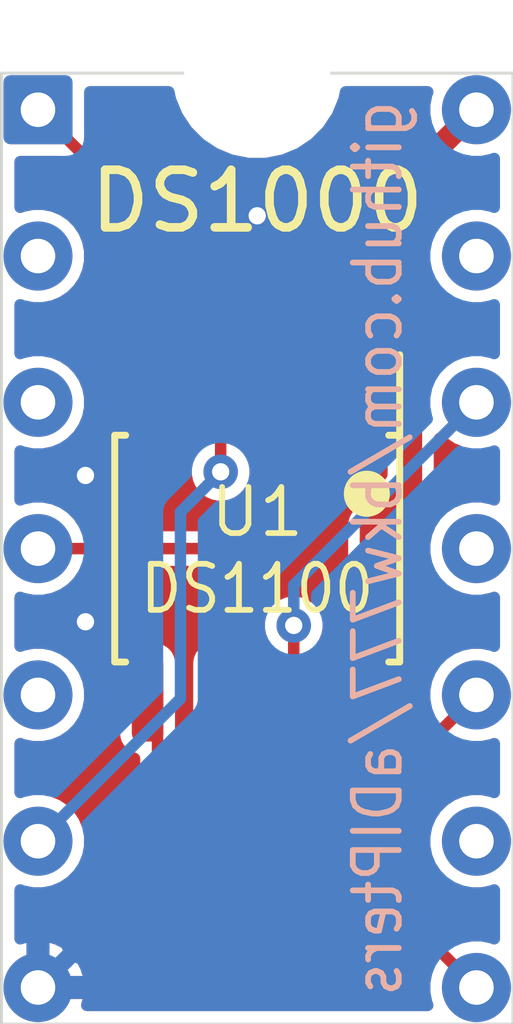
<source format=kicad_pcb>
(kicad_pcb (version 20171130) (host pcbnew 5.1.10-88a1d61d58~90~ubuntu21.04.1)

  (general
    (thickness 1.6)
    (drawings 6)
    (tracks 41)
    (zones 0)
    (modules 3)
    (nets 9)
  )

  (page USLetter)
  (title_block
    (title "DS1x00 SOIC8 to DS1000 DIP14 adapter")
    (date 2021-10-17)
    (rev 001)
    (company "Bran. K. White - b.kenyon.w@gmail.com")
  )

  (layers
    (0 F.Cu signal)
    (31 B.Cu signal)
    (32 B.Adhes user hide)
    (33 F.Adhes user hide)
    (34 B.Paste user hide)
    (35 F.Paste user hide)
    (36 B.SilkS user)
    (37 F.SilkS user)
    (38 B.Mask user hide)
    (39 F.Mask user hide)
    (40 Dwgs.User user hide)
    (41 Cmts.User user hide)
    (42 Eco1.User user hide)
    (43 Eco2.User user hide)
    (44 Edge.Cuts user)
    (45 Margin user hide)
    (46 B.CrtYd user hide)
    (47 F.CrtYd user hide)
    (48 B.Fab user hide)
    (49 F.Fab user hide)
  )

  (setup
    (last_trace_width 0.2)
    (user_trace_width 0.4)
    (trace_clearance 0.2)
    (zone_clearance 0.2)
    (zone_45_only no)
    (trace_min 0.2)
    (via_size 0.6)
    (via_drill 0.3)
    (via_min_size 0.6)
    (via_min_drill 0.3)
    (uvia_size 0.6)
    (uvia_drill 0.3)
    (uvias_allowed no)
    (uvia_min_size 0.5)
    (uvia_min_drill 0.3)
    (edge_width 0.05)
    (segment_width 0.2)
    (pcb_text_width 0.3)
    (pcb_text_size 1.5 1.5)
    (mod_edge_width 0.12)
    (mod_text_size 1 1)
    (mod_text_width 0.15)
    (pad_size 2 2)
    (pad_drill 2)
    (pad_to_mask_clearance 0)
    (solder_mask_min_width 0.22)
    (aux_axis_origin 0 0)
    (grid_origin 136.03 103.81)
    (visible_elements FFFFFF7F)
    (pcbplotparams
      (layerselection 0x010f0_ffffffff)
      (usegerberextensions true)
      (usegerberattributes false)
      (usegerberadvancedattributes false)
      (creategerberjobfile false)
      (excludeedgelayer true)
      (linewidth 0.100000)
      (plotframeref false)
      (viasonmask false)
      (mode 1)
      (useauxorigin false)
      (hpglpennumber 1)
      (hpglpenspeed 20)
      (hpglpendiameter 15.000000)
      (psnegative false)
      (psa4output false)
      (plotreference true)
      (plotvalue true)
      (plotinvisibletext false)
      (padsonsilk false)
      (subtractmaskfromsilk true)
      (outputformat 1)
      (mirror false)
      (drillshape 0)
      (scaleselection 1)
      (outputdirectory "GERBER_DS1000_DIP14_001"))
  )

  (net 0 "")
  (net 1 /IN)
  (net 2 /TAP2)
  (net 3 /TAP4)
  (net 4 GND)
  (net 5 /TAP5)
  (net 6 /TAP3)
  (net 7 /TAP1)
  (net 8 VCC)

  (net_class Default "This is the default net class."
    (clearance 0.2)
    (trace_width 0.2)
    (via_dia 0.6)
    (via_drill 0.3)
    (uvia_dia 0.6)
    (uvia_drill 0.3)
    (add_net /IN)
    (add_net /TAP1)
    (add_net /TAP2)
    (add_net /TAP3)
    (add_net /TAP4)
    (add_net /TAP5)
    (add_net GND)
    (add_net "Net-(J1-Pad11)")
    (add_net "Net-(J1-Pad13)")
    (add_net "Net-(J1-Pad2)")
    (add_net "Net-(J1-Pad3)")
    (add_net "Net-(J1-Pad5)")
    (add_net "Net-(J1-Pad9)")
    (add_net VCC)
  )

  (module 000_LOCAL:DIP14_0.3_pcb_sil_pins (layer F.Cu) (tedit 616BF2BF) (tstamp 616B3F59)
    (at 136.03 103.81)
    (descr "28-lead though-hole mounted DIP package, row spacing 15.24 mm (600 mils)")
    (tags "THT DIP DIL PDIP 2.54mm 15.24mm 600mil")
    (path /616DA70B)
    (fp_text reference J1 (at 0 0 -90) (layer F.SilkS) hide
      (effects (font (size 1 1) (thickness 0.15)))
    )
    (fp_text value DS1000 (at -1.5 0 -90) (layer F.Fab)
      (effects (font (size 1 1) (thickness 0.15)))
    )
    (fp_line (start 4.445 -8.255) (end -4.445 -8.255) (layer F.CrtYd) (width 0.01))
    (fp_line (start 4.445 8.255) (end 4.445 -8.255) (layer F.CrtYd) (width 0.01))
    (fp_line (start -4.445 8.255) (end 4.445 8.255) (layer F.CrtYd) (width 0.01))
    (fp_line (start -4.445 -8.255) (end -4.445 8.255) (layer F.CrtYd) (width 0.01))
    (fp_text user %R (at 0 0 -90) (layer F.Fab)
      (effects (font (size 1 1) (thickness 0.15)))
    )
    (pad 1 thru_hole roundrect (at -3.81 -7.62) (size 1.2 1.2) (drill 0.6) (layers *.Cu *.Mask) (roundrect_rratio 0.1)
      (net 1 /IN))
    (pad 2 thru_hole circle (at -3.81 -5.08) (size 1.2 1.2) (drill 0.6) (layers *.Cu *.Mask))
    (pad 3 thru_hole circle (at -3.81 -2.54) (size 1.2 1.2) (drill 0.6) (layers *.Cu *.Mask))
    (pad 4 thru_hole circle (at -3.81 0) (size 1.2 1.2) (drill 0.6) (layers *.Cu *.Mask)
      (net 2 /TAP2))
    (pad 5 thru_hole circle (at -3.81 2.54) (size 1.2 1.2) (drill 0.6) (layers *.Cu *.Mask))
    (pad 6 thru_hole circle (at -3.81 5.08) (size 1.2 1.2) (drill 0.6) (layers *.Cu *.Mask)
      (net 3 /TAP4))
    (pad 7 thru_hole circle (at -3.81 7.62) (size 1.2 1.2) (drill 0.6) (layers *.Cu *.Mask)
      (net 4 GND))
    (pad 8 thru_hole circle (at 3.81 7.62) (size 1.2 1.2) (drill 0.6) (layers *.Cu *.Mask)
      (net 5 /TAP5))
    (pad 9 thru_hole circle (at 3.81 5.08) (size 1.2 1.2) (drill 0.6) (layers *.Cu *.Mask))
    (pad 10 thru_hole circle (at 3.81 2.54) (size 1.2 1.2) (drill 0.6) (layers *.Cu *.Mask)
      (net 6 /TAP3))
    (pad 11 thru_hole circle (at 3.81 0) (size 1.2 1.2) (drill 0.6) (layers *.Cu *.Mask))
    (pad 12 thru_hole circle (at 3.81 -2.54) (size 1.2 1.2) (drill 0.6) (layers *.Cu *.Mask)
      (net 7 /TAP1))
    (pad 13 thru_hole circle (at 3.81 -5.08) (size 1.2 1.2) (drill 0.6) (layers *.Cu *.Mask))
    (pad 14 thru_hole circle (at 3.81 -7.62) (size 1.2 1.2) (drill 0.6) (layers *.Cu *.Mask)
      (net 8 VCC))
    (model ${KIPRJMOD}/000_LOCAL.pretty/packages3d/DIP14_legs.step_
      (offset (xyz -3.81 7.62 -1.6002))
      (scale (xyz 1 1 1))
      (rotate (xyz 0 0 90))
    )
    (model ${KIPRJMOD}/000_LOCAL.pretty/packages3d/DIP14_legs_solder.step
      (offset (xyz -3.81 7.62 -1.80086))
      (scale (xyz 1 1 1.1))
      (rotate (xyz 0 0 90))
    )
  )

  (module 000_LOCAL:SOIC-8_3.9x4.9mm_P1.27mm (layer F.Cu) (tedit 616BBA34) (tstamp 616B3F73)
    (at 136.03 103.81 270)
    (descr "SOIC, 8 Pin (JEDEC MS-012AA, https://www.analog.com/media/en/package-pcb-resources/package/pkg_pdf/soic_narrow-r/r_8.pdf), generated with kicad-footprint-generator ipc_gullwing_generator.py")
    (tags "SOIC SO")
    (path /616DAD0C)
    (attr smd)
    (fp_text reference U1 (at -0.635 0) (layer F.SilkS)
      (effects (font (size 0.8 0.8) (thickness 0.1)))
    )
    (fp_text value DS1100 (at 0.6985 0) (layer F.SilkS)
      (effects (font (size 0.8 0.7) (thickness 0.1)))
    )
    (fp_line (start 3.7 -2.7) (end -3.7 -2.7) (layer F.CrtYd) (width 0.05))
    (fp_line (start 3.7 2.7) (end 3.7 -2.7) (layer F.CrtYd) (width 0.05))
    (fp_line (start -3.7 2.7) (end 3.7 2.7) (layer F.CrtYd) (width 0.05))
    (fp_line (start -3.7 -2.7) (end -3.7 2.7) (layer F.CrtYd) (width 0.05))
    (fp_line (start -1.95 -1.475) (end -0.975 -2.45) (layer F.Fab) (width 0.1))
    (fp_line (start -1.95 2.45) (end -1.95 -1.475) (layer F.Fab) (width 0.1))
    (fp_line (start 1.95 2.45) (end -1.95 2.45) (layer F.Fab) (width 0.1))
    (fp_line (start 1.95 -2.45) (end 1.95 2.45) (layer F.Fab) (width 0.1))
    (fp_line (start -0.975 -2.45) (end 1.95 -2.45) (layer F.Fab) (width 0.1))
    (fp_line (start 1.9685 -2.4765) (end -3.3655 -2.4765) (layer F.SilkS) (width 0.12))
    (fp_line (start 1.9685 2.4765) (end -1.9685 2.4765) (layer F.SilkS) (width 0.12))
    (fp_circle (center -0.9525 -1.905) (end -0.7525 -1.905) (layer F.SilkS) (width 0.4))
    (fp_line (start -1.9685 2.4765) (end -1.9685 2.286) (layer F.SilkS) (width 0.12))
    (fp_line (start 1.9685 2.4765) (end 1.9685 2.286) (layer F.SilkS) (width 0.12))
    (fp_line (start -1.9685 -2.286) (end -1.9685 -2.4765) (layer F.SilkS) (width 0.12))
    (fp_line (start 1.9685 -2.286) (end 1.9685 -2.4765) (layer F.SilkS) (width 0.12))
    (fp_text user %R (at 0 0 90) (layer F.Fab)
      (effects (font (size 0.98 0.98) (thickness 0.15)))
    )
    (pad 8 smd roundrect (at 2.6 -1.905 270) (size 1.5 0.55) (layers F.Cu F.Paste F.Mask) (roundrect_rratio 0.25)
      (net 8 VCC))
    (pad 7 smd roundrect (at 2.6 -0.635 270) (size 1.5 0.55) (layers F.Cu F.Paste F.Mask) (roundrect_rratio 0.25)
      (net 7 /TAP1))
    (pad 6 smd roundrect (at 2.6 0.635 270) (size 1.5 0.55) (layers F.Cu F.Paste F.Mask) (roundrect_rratio 0.25)
      (net 6 /TAP3))
    (pad 5 smd roundrect (at 2.6 1.905 270) (size 1.5 0.55) (layers F.Cu F.Paste F.Mask) (roundrect_rratio 0.25)
      (net 5 /TAP5))
    (pad 4 smd roundrect (at -2.6 1.905 270) (size 1.5 0.55) (layers F.Cu F.Paste F.Mask) (roundrect_rratio 0.25)
      (net 4 GND))
    (pad 3 smd roundrect (at -2.6 0.635 270) (size 1.5 0.55) (layers F.Cu F.Paste F.Mask) (roundrect_rratio 0.25)
      (net 3 /TAP4))
    (pad 2 smd roundrect (at -2.6 -0.635 270) (size 1.5 0.55) (layers F.Cu F.Paste F.Mask) (roundrect_rratio 0.25)
      (net 2 /TAP2))
    (pad 1 smd roundrect (at -2.6 -1.905 270) (size 1.5 0.55) (layers F.Cu F.Paste F.Mask) (roundrect_rratio 0.25)
      (net 1 /IN))
    (model ${KIPRJMOD}/000_LOCAL.pretty/packages3d/SOIC-8_3.9x4.9mm_P1.27mm.step
      (at (xyz 0 0 0))
      (scale (xyz 1 1 1))
      (rotate (xyz 0 0 0))
    )
  )

  (module 000_LOCAL:NPTH_0.1 locked (layer F.Cu) (tedit 5F9F8E45) (tstamp 61130F13)
    (at 136.03 95.555)
    (fp_text reference REF** (at 0 2.54) (layer F.SilkS) hide
      (effects (font (size 1.27 1.27) (thickness 0.127)))
    )
    (fp_text value NPTH_0.1 (at 0 -2.54) (layer F.Fab)
      (effects (font (size 1.27 1.27) (thickness 0.0127)))
    )
    (pad "" np_thru_hole circle (at 0 0) (size 2.54 2.54) (drill 2.54) (layers *.Cu *.Mask))
  )

  (gr_text github.com/bkw777/aDIPters (at 138.1255 103.81 90) (layer B.SilkS)
    (effects (font (size 0.8 0.7) (thickness 0.1)) (justify mirror))
  )
  (gr_text DS1000 (at 136.03 97.7775) (layer F.SilkS)
    (effects (font (size 1 1) (thickness 0.15)))
  )
  (gr_line (start 131.585 112.065) (end 131.585 95.555) (layer Edge.Cuts) (width 0.05) (tstamp 5E36F1C6))
  (gr_line (start 140.475 95.555) (end 140.475 112.065) (layer Edge.Cuts) (width 0.05) (tstamp 5E36F1C5))
  (gr_line (start 131.585 95.555) (end 140.475 95.555) (layer Edge.Cuts) (width 0.05))
  (gr_line (start 131.585 112.065) (end 140.475 112.065) (layer Edge.Cuts) (width 0.05))

  (segment (start 135.2045 99.1745) (end 132.22 96.19) (width 0.2) (layer F.Cu) (net 1))
  (segment (start 136.919 99.1745) (end 135.2045 99.1745) (width 0.2) (layer F.Cu) (net 1))
  (segment (start 137.76228 100.01778) (end 136.919 99.1745) (width 0.2) (layer F.Cu) (net 1))
  (segment (start 137.76228 101.16228) (end 137.76228 100.01778) (width 0.2) (layer F.Cu) (net 1))
  (segment (start 137.935 101.335) (end 137.76228 101.16228) (width 0.2) (layer F.Cu) (net 1))
  (segment (start 136.665 102.9845) (end 136.665 101.335) (width 0.2) (layer F.Cu) (net 2))
  (segment (start 135.8395 103.81) (end 136.665 102.9845) (width 0.2) (layer F.Cu) (net 2))
  (segment (start 132.22 103.81) (end 135.8395 103.81) (width 0.2) (layer F.Cu) (net 2))
  (segment (start 134.6965 106.4135) (end 132.22 108.89) (width 0.2) (layer B.Cu) (net 3))
  (segment (start 134.6965 103.175) (end 134.6965 106.4135) (width 0.2) (layer B.Cu) (net 3))
  (segment (start 135.395 102.4765) (end 134.6965 103.175) (width 0.2) (layer B.Cu) (net 3))
  (segment (start 135.395 102.4765) (end 135.395 101.335) (width 0.2) (layer F.Cu) (net 3))
  (via (at 135.395 102.4765) (size 0.6) (drill 0.3) (layers F.Cu B.Cu) (net 3))
  (segment (start 132.22 110.6045) (end 132.22 111.43) (width 0.4) (layer F.Cu) (net 4))
  (segment (start 132.22 111.43) (end 133.0455 111.43) (width 0.4) (layer F.Cu) (net 4))
  (segment (start 132.22 111.43) (end 132.22 110.6045) (width 0.4) (layer B.Cu) (net 4))
  (segment (start 132.22 111.43) (end 133.0455 111.43) (width 0.4) (layer B.Cu) (net 4))
  (via (at 133.0455 105.08) (size 0.6) (drill 0.3) (layers F.Cu B.Cu) (net 4))
  (via (at 133.0455 102.54) (size 0.6) (drill 0.3) (layers F.Cu B.Cu) (net 4))
  (via (at 136.03 98.0315) (size 0.6) (drill 0.3) (layers F.Cu B.Cu) (net 4))
  (segment (start 138.57 110.16) (end 139.84 111.43) (width 0.2) (layer F.Cu) (net 5))
  (segment (start 136.8555 110.16) (end 138.57 110.16) (width 0.2) (layer F.Cu) (net 5))
  (segment (start 134.29772 107.60222) (end 136.8555 110.16) (width 0.2) (layer F.Cu) (net 5))
  (segment (start 134.29772 106.45772) (end 134.29772 107.60222) (width 0.2) (layer F.Cu) (net 5))
  (segment (start 134.125 106.285) (end 134.29772 106.45772) (width 0.2) (layer F.Cu) (net 5))
  (segment (start 139.078 107.112) (end 139.84 106.35) (width 0.2) (layer F.Cu) (net 6))
  (segment (start 139.078 107.493) (end 139.078 107.112) (width 0.2) (layer F.Cu) (net 6))
  (segment (start 138.5065 108.0645) (end 139.078 107.493) (width 0.2) (layer F.Cu) (net 6))
  (segment (start 136.0935 108.0645) (end 138.5065 108.0645) (width 0.2) (layer F.Cu) (net 6))
  (segment (start 135.56772 107.53872) (end 136.0935 108.0645) (width 0.2) (layer F.Cu) (net 6))
  (segment (start 135.56772 106.45772) (end 135.56772 107.53872) (width 0.2) (layer F.Cu) (net 6))
  (segment (start 135.395 106.285) (end 135.56772 106.45772) (width 0.2) (layer F.Cu) (net 6))
  (segment (start 136.665 104.445) (end 139.84 101.27) (width 0.2) (layer B.Cu) (net 7))
  (segment (start 136.665 105.1435) (end 136.665 104.445) (width 0.2) (layer B.Cu) (net 7))
  (segment (start 136.665 105.1435) (end 136.665 106.285) (width 0.2) (layer F.Cu) (net 7))
  (via (at 136.665 105.1435) (size 0.6) (drill 0.3) (layers F.Cu B.Cu) (net 7))
  (segment (start 138.697 97.333) (end 139.84 96.19) (width 0.4) (layer F.Cu) (net 8))
  (segment (start 138.697 102.7305) (end 138.697 97.333) (width 0.4) (layer F.Cu) (net 8))
  (segment (start 138.0112 103.4163) (end 138.697 102.7305) (width 0.4) (layer F.Cu) (net 8))
  (segment (start 138.0112 106.2088) (end 138.0112 103.4163) (width 0.4) (layer F.Cu) (net 8))
  (segment (start 137.935 106.285) (end 138.0112 106.2088) (width 0.4) (layer F.Cu) (net 8))

  (zone (net 4) (net_name GND) (layer F.Cu) (tstamp 0) (hatch edge 0.508)
    (connect_pads (clearance 0.2))
    (min_thickness 0.2)
    (fill yes (arc_segments 32) (thermal_gap 0.2) (thermal_bridge_width 0.3) (smoothing fillet) (radius 0.1))
    (polygon
      (pts
        (xy 140.475 112.065) (xy 131.585 112.065) (xy 131.585 95.555) (xy 140.475 95.555)
      )
    )
    (filled_polygon
      (pts
        (xy 134.907763 99.443448) (xy 134.920289 99.458711) (xy 134.981197 99.508697) (xy 135.050686 99.54584) (xy 135.126086 99.568712)
        (xy 135.184853 99.5745) (xy 135.184863 99.5745) (xy 135.204499 99.576434) (xy 135.224135 99.5745) (xy 136.753315 99.5745)
        (xy 137.362281 100.183467) (xy 137.362281 100.559612) (xy 137.358549 100.5975) (xy 137.358549 101.8225) (xy 137.366983 101.908135)
        (xy 137.391962 101.990479) (xy 137.432526 102.066368) (xy 137.487115 102.132885) (xy 137.553632 102.187474) (xy 137.629521 102.228038)
        (xy 137.711865 102.253017) (xy 137.7975 102.261451) (xy 138.0725 102.261451) (xy 138.158135 102.253017) (xy 138.197 102.241227)
        (xy 138.197 102.523393) (xy 137.675019 103.045376) (xy 137.655937 103.061036) (xy 137.593455 103.137171) (xy 137.562718 103.194675)
        (xy 137.547026 103.224033) (xy 137.518435 103.318283) (xy 137.508781 103.4163) (xy 137.511201 103.44087) (xy 137.5112 105.467349)
        (xy 137.487115 105.487115) (xy 137.432526 105.553632) (xy 137.391962 105.629521) (xy 137.366983 105.711865) (xy 137.358549 105.7975)
        (xy 137.358549 107.0225) (xy 137.366983 107.108135) (xy 137.391962 107.190479) (xy 137.432526 107.266368) (xy 137.487115 107.332885)
        (xy 137.553632 107.387474) (xy 137.629521 107.428038) (xy 137.711865 107.453017) (xy 137.7975 107.461451) (xy 138.0725 107.461451)
        (xy 138.158135 107.453017) (xy 138.240479 107.428038) (xy 138.316368 107.387474) (xy 138.382885 107.332885) (xy 138.437474 107.266368)
        (xy 138.478038 107.190479) (xy 138.503017 107.108135) (xy 138.511451 107.0225) (xy 138.511451 106.23081) (xy 138.513619 106.208801)
        (xy 138.511451 106.186792) (xy 138.511451 105.7975) (xy 138.5112 105.794951) (xy 138.5112 103.623405) (xy 139.033186 103.10142)
        (xy 139.052264 103.085764) (xy 139.114746 103.009629) (xy 139.161175 102.922767) (xy 139.189765 102.828517) (xy 139.197 102.75506)
        (xy 139.197 102.755059) (xy 139.199419 102.7305) (xy 139.197 102.70594) (xy 139.197 101.899793) (xy 139.266283 101.969076)
        (xy 139.41369 102.06757) (xy 139.57748 102.135414) (xy 139.751358 102.17) (xy 139.928642 102.17) (xy 140.10252 102.135414)
        (xy 140.15 102.115747) (xy 140.15 102.964253) (xy 140.10252 102.944586) (xy 139.928642 102.91) (xy 139.751358 102.91)
        (xy 139.57748 102.944586) (xy 139.41369 103.01243) (xy 139.266283 103.110924) (xy 139.140924 103.236283) (xy 139.04243 103.38369)
        (xy 138.974586 103.54748) (xy 138.94 103.721358) (xy 138.94 103.898642) (xy 138.974586 104.07252) (xy 139.04243 104.23631)
        (xy 139.140924 104.383717) (xy 139.266283 104.509076) (xy 139.41369 104.60757) (xy 139.57748 104.675414) (xy 139.751358 104.71)
        (xy 139.928642 104.71) (xy 140.10252 104.675414) (xy 140.150001 104.655747) (xy 140.150001 105.504253) (xy 140.10252 105.484586)
        (xy 139.928642 105.45) (xy 139.751358 105.45) (xy 139.57748 105.484586) (xy 139.41369 105.55243) (xy 139.266283 105.650924)
        (xy 139.140924 105.776283) (xy 139.04243 105.92369) (xy 138.974586 106.08748) (xy 138.94 106.261358) (xy 138.94 106.438642)
        (xy 138.974586 106.61252) (xy 138.985484 106.638831) (xy 138.809048 106.815267) (xy 138.79379 106.827789) (xy 138.781268 106.843047)
        (xy 138.781265 106.84305) (xy 138.743803 106.888698) (xy 138.706661 106.958186) (xy 138.683788 107.033587) (xy 138.676065 107.112)
        (xy 138.678 107.131646) (xy 138.678 107.327314) (xy 138.340815 107.6645) (xy 136.259186 107.6645) (xy 135.96772 107.373035)
        (xy 135.96772 107.060383) (xy 135.971451 107.0225) (xy 135.971451 105.7975) (xy 135.963017 105.711865) (xy 135.938038 105.629521)
        (xy 135.897474 105.553632) (xy 135.842885 105.487115) (xy 135.776368 105.432526) (xy 135.700479 105.391962) (xy 135.618135 105.366983)
        (xy 135.5325 105.358549) (xy 135.2575 105.358549) (xy 135.171865 105.366983) (xy 135.089521 105.391962) (xy 135.013632 105.432526)
        (xy 134.947115 105.487115) (xy 134.892526 105.553632) (xy 134.851962 105.629521) (xy 134.826983 105.711865) (xy 134.818549 105.7975)
        (xy 134.818549 107.0225) (xy 134.826983 107.108135) (xy 134.851962 107.190479) (xy 134.892526 107.266368) (xy 134.947115 107.332885)
        (xy 135.013632 107.387474) (xy 135.089521 107.428038) (xy 135.167721 107.45176) (xy 135.167721 107.519064) (xy 135.165785 107.53872)
        (xy 135.173508 107.617133) (xy 135.196381 107.692534) (xy 135.233523 107.762022) (xy 135.270985 107.80767) (xy 135.270988 107.807673)
        (xy 135.28351 107.822931) (xy 135.298767 107.835452) (xy 135.796767 108.333453) (xy 135.809289 108.348711) (xy 135.824547 108.361233)
        (xy 135.824549 108.361235) (xy 135.856482 108.387441) (xy 135.870197 108.398697) (xy 135.939686 108.43584) (xy 136.015086 108.458712)
        (xy 136.073853 108.4645) (xy 136.073863 108.4645) (xy 136.093499 108.466434) (xy 136.113135 108.4645) (xy 138.486854 108.4645)
        (xy 138.5065 108.466435) (xy 138.526146 108.4645) (xy 138.526147 108.4645) (xy 138.584914 108.458712) (xy 138.660314 108.43584)
        (xy 138.729803 108.398697) (xy 138.790711 108.348711) (xy 138.803237 108.333448) (xy 139.346954 107.789732) (xy 139.362211 107.777211)
        (xy 139.400708 107.730303) (xy 139.412197 107.716303) (xy 139.424902 107.692534) (xy 139.44934 107.646814) (xy 139.472212 107.571414)
        (xy 139.478 107.512647) (xy 139.478 107.512645) (xy 139.479935 107.493001) (xy 139.478 107.473357) (xy 139.478 107.277685)
        (xy 139.551169 107.204516) (xy 139.57748 107.215414) (xy 139.751358 107.25) (xy 139.928642 107.25) (xy 140.10252 107.215414)
        (xy 140.150001 107.195747) (xy 140.150001 108.044253) (xy 140.10252 108.024586) (xy 139.928642 107.99) (xy 139.751358 107.99)
        (xy 139.57748 108.024586) (xy 139.41369 108.09243) (xy 139.266283 108.190924) (xy 139.140924 108.316283) (xy 139.04243 108.46369)
        (xy 138.974586 108.62748) (xy 138.94 108.801358) (xy 138.94 108.978642) (xy 138.974586 109.15252) (xy 139.04243 109.31631)
        (xy 139.140924 109.463717) (xy 139.266283 109.589076) (xy 139.41369 109.68757) (xy 139.57748 109.755414) (xy 139.751358 109.79)
        (xy 139.928642 109.79) (xy 140.10252 109.755414) (xy 140.150001 109.735747) (xy 140.150001 110.584253) (xy 140.10252 110.564586)
        (xy 139.928642 110.53) (xy 139.751358 110.53) (xy 139.57748 110.564586) (xy 139.55117 110.575484) (xy 138.866737 109.891052)
        (xy 138.854211 109.875789) (xy 138.793303 109.825803) (xy 138.723814 109.78866) (xy 138.648414 109.765788) (xy 138.589647 109.76)
        (xy 138.589646 109.76) (xy 138.57 109.758065) (xy 138.550354 109.76) (xy 137.021186 109.76) (xy 134.69772 107.436535)
        (xy 134.69772 107.060383) (xy 134.701451 107.0225) (xy 134.701451 105.7975) (xy 134.693017 105.711865) (xy 134.668038 105.629521)
        (xy 134.627474 105.553632) (xy 134.572885 105.487115) (xy 134.506368 105.432526) (xy 134.430479 105.391962) (xy 134.348135 105.366983)
        (xy 134.2625 105.358549) (xy 133.9875 105.358549) (xy 133.901865 105.366983) (xy 133.819521 105.391962) (xy 133.743632 105.432526)
        (xy 133.677115 105.487115) (xy 133.622526 105.553632) (xy 133.581962 105.629521) (xy 133.556983 105.711865) (xy 133.548549 105.7975)
        (xy 133.548549 107.0225) (xy 133.556983 107.108135) (xy 133.581962 107.190479) (xy 133.622526 107.266368) (xy 133.677115 107.332885)
        (xy 133.743632 107.387474) (xy 133.819521 107.428038) (xy 133.897721 107.45176) (xy 133.897721 107.582564) (xy 133.895785 107.60222)
        (xy 133.903508 107.680633) (xy 133.926381 107.756034) (xy 133.963523 107.825522) (xy 134.000985 107.87117) (xy 134.000988 107.871173)
        (xy 134.01351 107.886431) (xy 134.028768 107.898953) (xy 136.558767 110.428953) (xy 136.571289 110.444211) (xy 136.586547 110.456733)
        (xy 136.586549 110.456735) (xy 136.618482 110.482941) (xy 136.632197 110.494197) (xy 136.701686 110.53134) (xy 136.777086 110.554212)
        (xy 136.835853 110.56) (xy 136.835863 110.56) (xy 136.855499 110.561934) (xy 136.875135 110.56) (xy 138.404315 110.56)
        (xy 138.985484 111.14117) (xy 138.974586 111.16748) (xy 138.94 111.341358) (xy 138.94 111.518642) (xy 138.974586 111.69252)
        (xy 138.994253 111.74) (xy 133.067432 111.74) (xy 133.109695 111.592177) (xy 133.124239 111.415489) (xy 133.104033 111.23936)
        (xy 133.049855 111.070556) (xy 132.979909 110.939697) (xy 132.840731 110.87998) (xy 132.290711 111.43) (xy 132.304853 111.444142)
        (xy 132.234142 111.514853) (xy 132.22 111.500711) (xy 132.205858 111.514853) (xy 132.135147 111.444142) (xy 132.149289 111.43)
        (xy 132.135147 111.415858) (xy 132.205858 111.345147) (xy 132.22 111.359289) (xy 132.77002 110.809269) (xy 132.710303 110.670091)
        (xy 132.552632 110.589039) (xy 132.382177 110.540305) (xy 132.205489 110.525761) (xy 132.02936 110.545967) (xy 131.91 110.584276)
        (xy 131.91 109.735747) (xy 131.95748 109.755414) (xy 132.131358 109.79) (xy 132.308642 109.79) (xy 132.48252 109.755414)
        (xy 132.64631 109.68757) (xy 132.793717 109.589076) (xy 132.919076 109.463717) (xy 133.01757 109.31631) (xy 133.085414 109.15252)
        (xy 133.12 108.978642) (xy 133.12 108.801358) (xy 133.085414 108.62748) (xy 133.01757 108.46369) (xy 132.919076 108.316283)
        (xy 132.793717 108.190924) (xy 132.64631 108.09243) (xy 132.48252 108.024586) (xy 132.308642 107.99) (xy 132.131358 107.99)
        (xy 131.95748 108.024586) (xy 131.91 108.044253) (xy 131.91 107.195747) (xy 131.95748 107.215414) (xy 132.131358 107.25)
        (xy 132.308642 107.25) (xy 132.48252 107.215414) (xy 132.64631 107.14757) (xy 132.793717 107.049076) (xy 132.919076 106.923717)
        (xy 133.01757 106.77631) (xy 133.085414 106.61252) (xy 133.12 106.438642) (xy 133.12 106.261358) (xy 133.085414 106.08748)
        (xy 133.01757 105.92369) (xy 132.919076 105.776283) (xy 132.793717 105.650924) (xy 132.64631 105.55243) (xy 132.48252 105.484586)
        (xy 132.308642 105.45) (xy 132.131358 105.45) (xy 131.95748 105.484586) (xy 131.91 105.504253) (xy 131.91 105.084405)
        (xy 136.065 105.084405) (xy 136.065 105.202595) (xy 136.088058 105.318514) (xy 136.133287 105.427707) (xy 136.192789 105.516757)
        (xy 136.162526 105.553632) (xy 136.121962 105.629521) (xy 136.096983 105.711865) (xy 136.088549 105.7975) (xy 136.088549 107.0225)
        (xy 136.096983 107.108135) (xy 136.121962 107.190479) (xy 136.162526 107.266368) (xy 136.217115 107.332885) (xy 136.283632 107.387474)
        (xy 136.359521 107.428038) (xy 136.441865 107.453017) (xy 136.5275 107.461451) (xy 136.8025 107.461451) (xy 136.888135 107.453017)
        (xy 136.970479 107.428038) (xy 137.046368 107.387474) (xy 137.112885 107.332885) (xy 137.167474 107.266368) (xy 137.208038 107.190479)
        (xy 137.233017 107.108135) (xy 137.241451 107.0225) (xy 137.241451 105.7975) (xy 137.233017 105.711865) (xy 137.208038 105.629521)
        (xy 137.167474 105.553632) (xy 137.137211 105.516757) (xy 137.196713 105.427707) (xy 137.241942 105.318514) (xy 137.265 105.202595)
        (xy 137.265 105.084405) (xy 137.241942 104.968486) (xy 137.196713 104.859293) (xy 137.13105 104.761022) (xy 137.047478 104.67745)
        (xy 136.949207 104.611787) (xy 136.840014 104.566558) (xy 136.724095 104.5435) (xy 136.605905 104.5435) (xy 136.489986 104.566558)
        (xy 136.380793 104.611787) (xy 136.282522 104.67745) (xy 136.19895 104.761022) (xy 136.133287 104.859293) (xy 136.088058 104.968486)
        (xy 136.065 105.084405) (xy 131.91 105.084405) (xy 131.91 104.655747) (xy 131.95748 104.675414) (xy 132.131358 104.71)
        (xy 132.308642 104.71) (xy 132.48252 104.675414) (xy 132.64631 104.60757) (xy 132.793717 104.509076) (xy 132.919076 104.383717)
        (xy 133.01757 104.23631) (xy 133.028468 104.21) (xy 135.819854 104.21) (xy 135.8395 104.211935) (xy 135.859146 104.21)
        (xy 135.859147 104.21) (xy 135.917914 104.204212) (xy 135.993314 104.18134) (xy 136.062803 104.144197) (xy 136.123711 104.094211)
        (xy 136.136237 104.078948) (xy 136.933954 103.281232) (xy 136.949211 103.268711) (xy 136.999197 103.207803) (xy 137.03634 103.138314)
        (xy 137.059212 103.062914) (xy 137.065 103.004147) (xy 137.065 103.004137) (xy 137.066934 102.984501) (xy 137.065 102.964865)
        (xy 137.065 102.172183) (xy 137.112885 102.132885) (xy 137.167474 102.066368) (xy 137.208038 101.990479) (xy 137.233017 101.908135)
        (xy 137.241451 101.8225) (xy 137.241451 100.5975) (xy 137.233017 100.511865) (xy 137.208038 100.429521) (xy 137.167474 100.353632)
        (xy 137.112885 100.287115) (xy 137.046368 100.232526) (xy 136.970479 100.191962) (xy 136.888135 100.166983) (xy 136.8025 100.158549)
        (xy 136.5275 100.158549) (xy 136.441865 100.166983) (xy 136.359521 100.191962) (xy 136.283632 100.232526) (xy 136.217115 100.287115)
        (xy 136.162526 100.353632) (xy 136.121962 100.429521) (xy 136.096983 100.511865) (xy 136.088549 100.5975) (xy 136.088549 101.8225)
        (xy 136.096983 101.908135) (xy 136.121962 101.990479) (xy 136.162526 102.066368) (xy 136.217115 102.132885) (xy 136.265 102.172184)
        (xy 136.265 102.818814) (xy 135.673815 103.41) (xy 133.028468 103.41) (xy 133.01757 103.38369) (xy 132.919076 103.236283)
        (xy 132.793717 103.110924) (xy 132.64631 103.01243) (xy 132.48252 102.944586) (xy 132.308642 102.91) (xy 132.131358 102.91)
        (xy 131.95748 102.944586) (xy 131.91 102.964253) (xy 131.91 102.417405) (xy 134.795 102.417405) (xy 134.795 102.535595)
        (xy 134.818058 102.651514) (xy 134.863287 102.760707) (xy 134.92895 102.858978) (xy 135.012522 102.94255) (xy 135.110793 103.008213)
        (xy 135.219986 103.053442) (xy 135.335905 103.0765) (xy 135.454095 103.0765) (xy 135.570014 103.053442) (xy 135.679207 103.008213)
        (xy 135.777478 102.94255) (xy 135.86105 102.858978) (xy 135.926713 102.760707) (xy 135.971942 102.651514) (xy 135.995 102.535595)
        (xy 135.995 102.417405) (xy 135.971942 102.301486) (xy 135.926713 102.192293) (xy 135.867211 102.103243) (xy 135.897474 102.066368)
        (xy 135.938038 101.990479) (xy 135.963017 101.908135) (xy 135.971451 101.8225) (xy 135.971451 100.5975) (xy 135.963017 100.511865)
        (xy 135.938038 100.429521) (xy 135.897474 100.353632) (xy 135.842885 100.287115) (xy 135.776368 100.232526) (xy 135.700479 100.191962)
        (xy 135.618135 100.166983) (xy 135.5325 100.158549) (xy 135.2575 100.158549) (xy 135.171865 100.166983) (xy 135.089521 100.191962)
        (xy 135.013632 100.232526) (xy 134.947115 100.287115) (xy 134.892526 100.353632) (xy 134.851962 100.429521) (xy 134.826983 100.511865)
        (xy 134.818549 100.5975) (xy 134.818549 101.8225) (xy 134.826983 101.908135) (xy 134.851962 101.990479) (xy 134.892526 102.066368)
        (xy 134.922789 102.103243) (xy 134.863287 102.192293) (xy 134.818058 102.301486) (xy 134.795 102.417405) (xy 131.91 102.417405)
        (xy 131.91 102.115747) (xy 131.95748 102.135414) (xy 132.131358 102.17) (xy 132.308642 102.17) (xy 132.48252 102.135414)
        (xy 132.64631 102.06757) (xy 132.793717 101.969076) (xy 132.802793 101.96) (xy 133.548548 101.96) (xy 133.55434 102.01881)
        (xy 133.571495 102.075361) (xy 133.599352 102.127478) (xy 133.636841 102.173159) (xy 133.682522 102.210648) (xy 133.734639 102.238505)
        (xy 133.79119 102.25566) (xy 133.85 102.261452) (xy 134 102.26) (xy 134.075 102.185) (xy 134.075 101.26)
        (xy 134.175 101.26) (xy 134.175 102.185) (xy 134.25 102.26) (xy 134.4 102.261452) (xy 134.45881 102.25566)
        (xy 134.515361 102.238505) (xy 134.567478 102.210648) (xy 134.613159 102.173159) (xy 134.650648 102.127478) (xy 134.678505 102.075361)
        (xy 134.69566 102.01881) (xy 134.701452 101.96) (xy 134.7 101.335) (xy 134.625 101.26) (xy 134.175 101.26)
        (xy 134.075 101.26) (xy 133.625 101.26) (xy 133.55 101.335) (xy 133.548548 101.96) (xy 132.802793 101.96)
        (xy 132.919076 101.843717) (xy 133.01757 101.69631) (xy 133.085414 101.53252) (xy 133.12 101.358642) (xy 133.12 101.181358)
        (xy 133.085414 101.00748) (xy 133.01757 100.84369) (xy 132.919076 100.696283) (xy 132.793717 100.570924) (xy 132.64631 100.47243)
        (xy 132.616302 100.46) (xy 133.548548 100.46) (xy 133.55 101.085) (xy 133.625 101.16) (xy 134.075 101.16)
        (xy 134.075 100.235) (xy 134.175 100.235) (xy 134.175 101.16) (xy 134.625 101.16) (xy 134.7 101.085)
        (xy 134.701452 100.46) (xy 134.69566 100.40119) (xy 134.678505 100.344639) (xy 134.650648 100.292522) (xy 134.613159 100.246841)
        (xy 134.567478 100.209352) (xy 134.515361 100.181495) (xy 134.45881 100.16434) (xy 134.4 100.158548) (xy 134.25 100.16)
        (xy 134.175 100.235) (xy 134.075 100.235) (xy 134 100.16) (xy 133.85 100.158548) (xy 133.79119 100.16434)
        (xy 133.734639 100.181495) (xy 133.682522 100.209352) (xy 133.636841 100.246841) (xy 133.599352 100.292522) (xy 133.571495 100.344639)
        (xy 133.55434 100.40119) (xy 133.548548 100.46) (xy 132.616302 100.46) (xy 132.48252 100.404586) (xy 132.308642 100.37)
        (xy 132.131358 100.37) (xy 131.95748 100.404586) (xy 131.91 100.424253) (xy 131.91 99.575747) (xy 131.95748 99.595414)
        (xy 132.131358 99.63) (xy 132.308642 99.63) (xy 132.48252 99.595414) (xy 132.64631 99.52757) (xy 132.793717 99.429076)
        (xy 132.919076 99.303717) (xy 133.01757 99.15631) (xy 133.085414 98.99252) (xy 133.12 98.818642) (xy 133.12 98.641358)
        (xy 133.085414 98.46748) (xy 133.01757 98.30369) (xy 132.919076 98.156283) (xy 132.793717 98.030924) (xy 132.64631 97.93243)
        (xy 132.48252 97.864586) (xy 132.308642 97.83) (xy 132.131358 97.83) (xy 131.95748 97.864586) (xy 131.91 97.884253)
        (xy 131.91 97.091451) (xy 132.555766 97.091451)
      )
    )
    (filled_polygon
      (pts
        (xy 134.520334 96.012952) (xy 134.638684 96.298674) (xy 134.810501 96.555817) (xy 135.029183 96.774499) (xy 135.286326 96.946316)
        (xy 135.572048 97.064666) (xy 135.875368 97.125) (xy 136.184632 97.125) (xy 136.487952 97.064666) (xy 136.773674 96.946316)
        (xy 137.030817 96.774499) (xy 137.249499 96.555817) (xy 137.421316 96.298674) (xy 137.539666 96.012952) (xy 137.566112 95.88)
        (xy 138.994253 95.88) (xy 138.974586 95.92748) (xy 138.94 96.101358) (xy 138.94 96.278642) (xy 138.957296 96.365598)
        (xy 138.360819 96.962076) (xy 138.341737 96.977736) (xy 138.279255 97.053871) (xy 138.259944 97.09) (xy 138.232826 97.140733)
        (xy 138.204235 97.234983) (xy 138.194581 97.333) (xy 138.197001 97.35757) (xy 138.197 100.178773) (xy 138.16228 100.16824)
        (xy 138.16228 100.037426) (xy 138.164215 100.017779) (xy 138.156492 99.939366) (xy 138.13362 99.863966) (xy 138.096477 99.794477)
        (xy 138.046491 99.733569) (xy 138.031233 99.721047) (xy 137.215737 98.905552) (xy 137.203211 98.890289) (xy 137.142303 98.840303)
        (xy 137.072814 98.80316) (xy 136.997414 98.780288) (xy 136.938647 98.7745) (xy 136.938646 98.7745) (xy 136.919 98.772565)
        (xy 136.899354 98.7745) (xy 135.370185 98.7745) (xy 133.121451 96.525766) (xy 133.121451 95.88) (xy 134.493888 95.88)
      )
    )
  )
  (zone (net 4) (net_name GND) (layer B.Cu) (tstamp 616BA2A7) (hatch edge 0.508)
    (connect_pads (clearance 0.2))
    (min_thickness 0.2)
    (fill yes (arc_segments 32) (thermal_gap 0.2) (thermal_bridge_width 0.3) (smoothing fillet) (radius 0.1))
    (polygon
      (pts
        (xy 140.475 112.065) (xy 131.585 112.065) (xy 131.585 95.555) (xy 140.475 95.555)
      )
    )
    (filled_polygon
      (pts
        (xy 134.520334 96.012952) (xy 134.638684 96.298674) (xy 134.810501 96.555817) (xy 135.029183 96.774499) (xy 135.286326 96.946316)
        (xy 135.572048 97.064666) (xy 135.875368 97.125) (xy 136.184632 97.125) (xy 136.487952 97.064666) (xy 136.773674 96.946316)
        (xy 137.030817 96.774499) (xy 137.249499 96.555817) (xy 137.421316 96.298674) (xy 137.539666 96.012952) (xy 137.566112 95.88)
        (xy 138.994253 95.88) (xy 138.974586 95.92748) (xy 138.94 96.101358) (xy 138.94 96.278642) (xy 138.974586 96.45252)
        (xy 139.04243 96.61631) (xy 139.140924 96.763717) (xy 139.266283 96.889076) (xy 139.41369 96.98757) (xy 139.57748 97.055414)
        (xy 139.751358 97.09) (xy 139.928642 97.09) (xy 140.10252 97.055414) (xy 140.15 97.035747) (xy 140.15 97.884253)
        (xy 140.10252 97.864586) (xy 139.928642 97.83) (xy 139.751358 97.83) (xy 139.57748 97.864586) (xy 139.41369 97.93243)
        (xy 139.266283 98.030924) (xy 139.140924 98.156283) (xy 139.04243 98.30369) (xy 138.974586 98.46748) (xy 138.94 98.641358)
        (xy 138.94 98.818642) (xy 138.974586 98.99252) (xy 139.04243 99.15631) (xy 139.140924 99.303717) (xy 139.266283 99.429076)
        (xy 139.41369 99.52757) (xy 139.57748 99.595414) (xy 139.751358 99.63) (xy 139.928642 99.63) (xy 140.10252 99.595414)
        (xy 140.15 99.575747) (xy 140.15 100.424253) (xy 140.10252 100.404586) (xy 139.928642 100.37) (xy 139.751358 100.37)
        (xy 139.57748 100.404586) (xy 139.41369 100.47243) (xy 139.266283 100.570924) (xy 139.140924 100.696283) (xy 139.04243 100.84369)
        (xy 138.974586 101.00748) (xy 138.94 101.181358) (xy 138.94 101.358642) (xy 138.974586 101.53252) (xy 138.985484 101.55883)
        (xy 136.396048 104.148267) (xy 136.38079 104.160789) (xy 136.368268 104.176047) (xy 136.368265 104.17605) (xy 136.330803 104.221698)
        (xy 136.293661 104.291186) (xy 136.270788 104.366587) (xy 136.263065 104.445) (xy 136.265001 104.464656) (xy 136.265001 104.694971)
        (xy 136.19895 104.761022) (xy 136.133287 104.859293) (xy 136.088058 104.968486) (xy 136.065 105.084405) (xy 136.065 105.202595)
        (xy 136.088058 105.318514) (xy 136.133287 105.427707) (xy 136.19895 105.525978) (xy 136.282522 105.60955) (xy 136.380793 105.675213)
        (xy 136.489986 105.720442) (xy 136.605905 105.7435) (xy 136.724095 105.7435) (xy 136.840014 105.720442) (xy 136.949207 105.675213)
        (xy 137.047478 105.60955) (xy 137.13105 105.525978) (xy 137.196713 105.427707) (xy 137.241942 105.318514) (xy 137.265 105.202595)
        (xy 137.265 105.084405) (xy 137.241942 104.968486) (xy 137.196713 104.859293) (xy 137.13105 104.761022) (xy 137.065 104.694972)
        (xy 137.065 104.610685) (xy 139.55117 102.124516) (xy 139.57748 102.135414) (xy 139.751358 102.17) (xy 139.928642 102.17)
        (xy 140.10252 102.135414) (xy 140.15 102.115747) (xy 140.15 102.964253) (xy 140.10252 102.944586) (xy 139.928642 102.91)
        (xy 139.751358 102.91) (xy 139.57748 102.944586) (xy 139.41369 103.01243) (xy 139.266283 103.110924) (xy 139.140924 103.236283)
        (xy 139.04243 103.38369) (xy 138.974586 103.54748) (xy 138.94 103.721358) (xy 138.94 103.898642) (xy 138.974586 104.07252)
        (xy 139.04243 104.23631) (xy 139.140924 104.383717) (xy 139.266283 104.509076) (xy 139.41369 104.60757) (xy 139.57748 104.675414)
        (xy 139.751358 104.71) (xy 139.928642 104.71) (xy 140.10252 104.675414) (xy 140.150001 104.655747) (xy 140.150001 105.504253)
        (xy 140.10252 105.484586) (xy 139.928642 105.45) (xy 139.751358 105.45) (xy 139.57748 105.484586) (xy 139.41369 105.55243)
        (xy 139.266283 105.650924) (xy 139.140924 105.776283) (xy 139.04243 105.92369) (xy 138.974586 106.08748) (xy 138.94 106.261358)
        (xy 138.94 106.438642) (xy 138.974586 106.61252) (xy 139.04243 106.77631) (xy 139.140924 106.923717) (xy 139.266283 107.049076)
        (xy 139.41369 107.14757) (xy 139.57748 107.215414) (xy 139.751358 107.25) (xy 139.928642 107.25) (xy 140.10252 107.215414)
        (xy 140.150001 107.195747) (xy 140.150001 108.044253) (xy 140.10252 108.024586) (xy 139.928642 107.99) (xy 139.751358 107.99)
        (xy 139.57748 108.024586) (xy 139.41369 108.09243) (xy 139.266283 108.190924) (xy 139.140924 108.316283) (xy 139.04243 108.46369)
        (xy 138.974586 108.62748) (xy 138.94 108.801358) (xy 138.94 108.978642) (xy 138.974586 109.15252) (xy 139.04243 109.31631)
        (xy 139.140924 109.463717) (xy 139.266283 109.589076) (xy 139.41369 109.68757) (xy 139.57748 109.755414) (xy 139.751358 109.79)
        (xy 139.928642 109.79) (xy 140.10252 109.755414) (xy 140.150001 109.735747) (xy 140.150001 110.584253) (xy 140.10252 110.564586)
        (xy 139.928642 110.53) (xy 139.751358 110.53) (xy 139.57748 110.564586) (xy 139.41369 110.63243) (xy 139.266283 110.730924)
        (xy 139.140924 110.856283) (xy 139.04243 111.00369) (xy 138.974586 111.16748) (xy 138.94 111.341358) (xy 138.94 111.518642)
        (xy 138.974586 111.69252) (xy 138.994253 111.74) (xy 133.067432 111.74) (xy 133.109695 111.592177) (xy 133.124239 111.415489)
        (xy 133.104033 111.23936) (xy 133.049855 111.070556) (xy 132.979909 110.939697) (xy 132.840731 110.87998) (xy 132.290711 111.43)
        (xy 132.304853 111.444142) (xy 132.234142 111.514853) (xy 132.22 111.500711) (xy 132.205858 111.514853) (xy 132.135147 111.444142)
        (xy 132.149289 111.43) (xy 132.135147 111.415858) (xy 132.205858 111.345147) (xy 132.22 111.359289) (xy 132.77002 110.809269)
        (xy 132.710303 110.670091) (xy 132.552632 110.589039) (xy 132.382177 110.540305) (xy 132.205489 110.525761) (xy 132.02936 110.545967)
        (xy 131.91 110.584276) (xy 131.91 109.735747) (xy 131.95748 109.755414) (xy 132.131358 109.79) (xy 132.308642 109.79)
        (xy 132.48252 109.755414) (xy 132.64631 109.68757) (xy 132.793717 109.589076) (xy 132.919076 109.463717) (xy 133.01757 109.31631)
        (xy 133.085414 109.15252) (xy 133.12 108.978642) (xy 133.12 108.801358) (xy 133.085414 108.62748) (xy 133.074516 108.601169)
        (xy 134.965453 106.710233) (xy 134.980711 106.697711) (xy 135.030697 106.636803) (xy 135.043677 106.61252) (xy 135.06784 106.567315)
        (xy 135.090712 106.491914) (xy 135.098435 106.4135) (xy 135.0965 106.393854) (xy 135.0965 103.340685) (xy 135.360686 103.0765)
        (xy 135.454095 103.0765) (xy 135.570014 103.053442) (xy 135.679207 103.008213) (xy 135.777478 102.94255) (xy 135.86105 102.858978)
        (xy 135.926713 102.760707) (xy 135.971942 102.651514) (xy 135.995 102.535595) (xy 135.995 102.417405) (xy 135.971942 102.301486)
        (xy 135.926713 102.192293) (xy 135.86105 102.094022) (xy 135.777478 102.01045) (xy 135.679207 101.944787) (xy 135.570014 101.899558)
        (xy 135.454095 101.8765) (xy 135.335905 101.8765) (xy 135.219986 101.899558) (xy 135.110793 101.944787) (xy 135.012522 102.01045)
        (xy 134.92895 102.094022) (xy 134.863287 102.192293) (xy 134.818058 102.301486) (xy 134.795 102.417405) (xy 134.795 102.510814)
        (xy 134.427552 102.878263) (xy 134.412289 102.890789) (xy 134.362303 102.951698) (xy 134.32516 103.021187) (xy 134.315376 103.053442)
        (xy 134.302288 103.096587) (xy 134.294565 103.175) (xy 134.2965 103.194647) (xy 134.296501 106.247813) (xy 132.508831 108.035484)
        (xy 132.48252 108.024586) (xy 132.308642 107.99) (xy 132.131358 107.99) (xy 131.95748 108.024586) (xy 131.91 108.044253)
        (xy 131.91 107.195747) (xy 131.95748 107.215414) (xy 132.131358 107.25) (xy 132.308642 107.25) (xy 132.48252 107.215414)
        (xy 132.64631 107.14757) (xy 132.793717 107.049076) (xy 132.919076 106.923717) (xy 133.01757 106.77631) (xy 133.085414 106.61252)
        (xy 133.12 106.438642) (xy 133.12 106.261358) (xy 133.085414 106.08748) (xy 133.01757 105.92369) (xy 132.919076 105.776283)
        (xy 132.793717 105.650924) (xy 132.64631 105.55243) (xy 132.48252 105.484586) (xy 132.308642 105.45) (xy 132.131358 105.45)
        (xy 131.95748 105.484586) (xy 131.91 105.504253) (xy 131.91 104.655747) (xy 131.95748 104.675414) (xy 132.131358 104.71)
        (xy 132.308642 104.71) (xy 132.48252 104.675414) (xy 132.64631 104.60757) (xy 132.793717 104.509076) (xy 132.919076 104.383717)
        (xy 133.01757 104.23631) (xy 133.085414 104.07252) (xy 133.12 103.898642) (xy 133.12 103.721358) (xy 133.085414 103.54748)
        (xy 133.01757 103.38369) (xy 132.919076 103.236283) (xy 132.793717 103.110924) (xy 132.64631 103.01243) (xy 132.48252 102.944586)
        (xy 132.308642 102.91) (xy 132.131358 102.91) (xy 131.95748 102.944586) (xy 131.91 102.964253) (xy 131.91 102.115747)
        (xy 131.95748 102.135414) (xy 132.131358 102.17) (xy 132.308642 102.17) (xy 132.48252 102.135414) (xy 132.64631 102.06757)
        (xy 132.793717 101.969076) (xy 132.919076 101.843717) (xy 133.01757 101.69631) (xy 133.085414 101.53252) (xy 133.12 101.358642)
        (xy 133.12 101.181358) (xy 133.085414 101.00748) (xy 133.01757 100.84369) (xy 132.919076 100.696283) (xy 132.793717 100.570924)
        (xy 132.64631 100.47243) (xy 132.48252 100.404586) (xy 132.308642 100.37) (xy 132.131358 100.37) (xy 131.95748 100.404586)
        (xy 131.91 100.424253) (xy 131.91 99.575747) (xy 131.95748 99.595414) (xy 132.131358 99.63) (xy 132.308642 99.63)
        (xy 132.48252 99.595414) (xy 132.64631 99.52757) (xy 132.793717 99.429076) (xy 132.919076 99.303717) (xy 133.01757 99.15631)
        (xy 133.085414 98.99252) (xy 133.12 98.818642) (xy 133.12 98.641358) (xy 133.085414 98.46748) (xy 133.01757 98.30369)
        (xy 132.919076 98.156283) (xy 132.793717 98.030924) (xy 132.64631 97.93243) (xy 132.48252 97.864586) (xy 132.308642 97.83)
        (xy 132.131358 97.83) (xy 131.95748 97.864586) (xy 131.91 97.884253) (xy 131.91 97.091451) (xy 132.7 97.091451)
        (xy 132.782221 97.083353) (xy 132.861282 97.05937) (xy 132.934146 97.020424) (xy 132.998011 96.968011) (xy 133.050424 96.904146)
        (xy 133.08937 96.831282) (xy 133.113353 96.752221) (xy 133.121451 96.67) (xy 133.121451 95.88) (xy 134.493888 95.88)
      )
    )
  )
)

</source>
